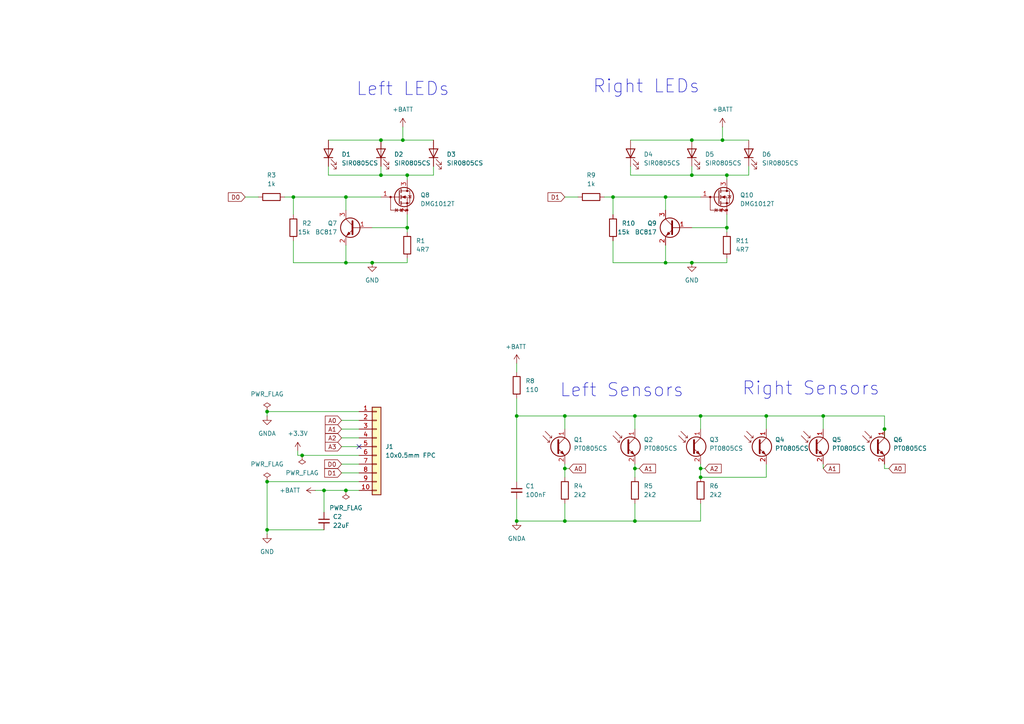
<source format=kicad_sch>
(kicad_sch (version 20231120) (generator "eeschema") (generator_version "8.0")
  (paper "A4")
  (lib_symbols
    (symbol "Connector_Generic:Conn_01x10" (pin_names (offset 1.016) hide)
      (property "Reference" "J" (at 0 12.7 0))
      (property "Value" "Conn_01x10" (at 0 -15.24 0))
      (symbol "Conn_01x10_1_1"
        (rectangle (start -1.27 -12.573) (end 0 -12.827) (stroke (width 0.1524)))
        (rectangle (start -1.27 -10.033) (end 0 -10.287) (stroke (width 0.1524)))
        (rectangle (start -1.27 -7.493) (end 0 -7.747) (stroke (width 0.1524)))
        (rectangle (start -1.27 -4.953) (end 0 -5.207) (stroke (width 0.1524)))
        (rectangle (start -1.27 -2.413) (end 0 -2.667) (stroke (width 0.1524)))
        (rectangle (start -1.27 0.127) (end 0 -0.127) (stroke (width 0.1524)))
        (rectangle (start -1.27 2.667) (end 0 2.413) (stroke (width 0.1524)))
        (rectangle (start -1.27 5.207) (end 0 4.953) (stroke (width 0.1524)))
        (rectangle (start -1.27 7.747) (end 0 7.493) (stroke (width 0.1524)))
        (rectangle (start -1.27 10.287) (end 0 10.033) (stroke (width 0.1524)))
        (rectangle (start -1.27 11.43) (end 1.27 -13.97) (stroke (width 0.254)) (fill (type background)))
        (pin passive line (at -5.08 10.16 0) (length 3.81) (name "Pin_1") (number "1"))
        (pin passive line (at -5.08 -12.7 0) (length 3.81) (name "Pin_10") (number "10"))
        (pin passive line (at -5.08 7.62 0) (length 3.81) (name "Pin_2") (number "2"))
        (pin passive line (at -5.08 5.08 0) (length 3.81) (name "Pin_3") (number "3"))
        (pin passive line (at -5.08 2.54 0) (length 3.81) (name "Pin_4") (number "4"))
        (pin passive line (at -5.08 0 0) (length 3.81) (name "Pin_5") (number "5"))
        (pin passive line (at -5.08 -2.54 0) (length 3.81) (name "Pin_6") (number "6"))
        (pin passive line (at -5.08 -5.08 0) (length 3.81) (name "Pin_7") (number "7"))
        (pin passive line (at -5.08 -7.62 0) (length 3.81) (name "Pin_8") (number "8"))
        (pin passive line (at -5.08 -10.16 0) (length 3.81) (name "Pin_9") (number "9"))
      )
    )
    (symbol "Device:C_Small" (pin_numbers hide) (pin_names (offset 0.254) hide)
      (property "Reference" "C" (at 0.254 1.778 0))
      (property "Value" "C_Small" (at 0.254 -2.032 0))
      (symbol "C_Small_0_1"
        (polyline (pts (xy -1.524 -0.508) (xy 1.524 -0.508)) (stroke (width 0.3302)))
        (polyline (pts (xy -1.524 0.508) (xy 1.524 0.508)) (stroke (width 0.3048)))
      )
      (symbol "C_Small_1_1"
        (pin passive line (at 0 2.54 270) (length 2.032) (name "~") (number "1"))
        (pin passive line (at 0 -2.54 90) (length 2.032) (name "~") (number "2"))
      )
    )
    (symbol "Device:R" (pin_numbers hide) (pin_names (offset 0))
      (property "Reference" "R" (at 2.032 0 90))
      (property "Value" "R" (at 0 0 90))
      (symbol "R_0_1"
        (rectangle (start -1.016 -2.54) (end 1.016 2.54) (stroke (width 0.254)))
      )
      (symbol "R_1_1"
        (pin passive line (at 0 3.81 270) (length 1.27) (name "~") (number "1"))
        (pin passive line (at 0 -3.81 90) (length 1.27) (name "~") (number "2"))
      )
    )
    (symbol "LED:IR26-21C_L110_TR8" (pin_numbers hide) (pin_names (offset 1.016) hide)
      (property "Reference" "D" (at 0 2.54 0))
      (property "Value" "IR26-21C_L110_TR8" (at 0 -3.81 0))
      (symbol "IR26-21C_L110_TR8_0_1"
        (polyline (pts (xy -1.27 -1.27) (xy -1.27 1.27)) (stroke (width 0.254)))
        (polyline (pts (xy -1.27 0) (xy 1.27 0)))
        (polyline (pts (xy 1.27 -1.27) (xy 1.27 1.27) (xy -1.27 0) (xy 1.27 -1.27)) (stroke (width 0.254)))
        (polyline (pts (xy -3.048 -0.762) (xy -4.572 -2.286) (xy -3.81 -2.286) (xy -4.572 -2.286) (xy -4.572 -1.524)))
        (polyline (pts (xy -1.778 -0.762) (xy -3.302 -2.286) (xy -2.54 -2.286) (xy -3.302 -2.286) (xy -3.302 -1.524)))
      )
      (symbol "IR26-21C_L110_TR8_1_1"
        (pin passive line (at -3.81 0 0) (length 2.54) (name "K") (number "1"))
        (pin passive line (at 3.81 0 180) (length 2.54) (name "A") (number "2"))
      )
    )
    (symbol "Sensor_Optical:BPW40" (pin_names (offset 0) hide)
      (property "Reference" "Q" (at 5.08 1.27 0))
      (property "Value" "BPW40" (at 5.08 -1.27 0))
      (symbol "BPW40_0_1"
        (polyline (pts (xy -1.905 1.27) (xy -2.54 1.27)))
        (polyline (pts (xy -1.27 2.54) (xy -1.905 2.54)))
        (polyline (pts (xy 0.635 0.635) (xy 2.54 2.54)))
        (polyline (pts (xy -3.81 3.175) (xy -1.905 1.27) (xy -1.905 1.905)))
        (polyline (pts (xy -3.175 4.445) (xy -1.27 2.54) (xy -1.27 3.175)))
        (polyline (pts (xy 0.635 -0.635) (xy 2.54 -2.54) (xy 2.54 -2.54)))
        (polyline (pts (xy 0.635 1.905) (xy 0.635 -1.905) (xy 0.635 -1.905)) (stroke (width 0.508)))
        (polyline (pts (xy 1.27 -1.778) (xy 1.778 -1.27) (xy 2.286 -2.286) (xy 1.27 -1.778) (xy 1.27 -1.778)) (fill (type outline)))
        (circle (center 1.27 0) (radius 2.8194) (stroke (width 0.254)))
      )
      (symbol "BPW40_1_1"
        (pin passive line (at 2.54 5.08 270) (length 2.54) (name "C") (number "1"))
        (pin passive line (at 2.54 -5.08 90) (length 2.54) (name "E") (number "2"))
      )
    )
    (symbol "Transistor_BJT:BC817" (pin_names (offset 0) hide)
      (property "Reference" "Q" (at 5.08 1.905 0))
      (property "Value" "BC817" (at 5.08 0 0))
      (symbol "BC817_0_1"
        (polyline (pts (xy 0.635 0.635) (xy 2.54 2.54)))
        (polyline (pts (xy 0.635 -0.635) (xy 2.54 -2.54) (xy 2.54 -2.54)))
        (polyline (pts (xy 0.635 1.905) (xy 0.635 -1.905) (xy 0.635 -1.905)) (stroke (width 0.508)))
        (polyline (pts (xy 1.27 -1.778) (xy 1.778 -1.27) (xy 2.286 -2.286) (xy 1.27 -1.778) (xy 1.27 -1.778)) (fill (type outline)))
        (circle (center 1.27 0) (radius 2.8194) (stroke (width 0.254)))
      )
      (symbol "BC817_1_1"
        (pin input line (at -5.08 0 0) (length 5.715) (name "B") (number "1"))
        (pin passive line (at 2.54 -5.08 90) (length 2.54) (name "E") (number "2"))
        (pin passive line (at 2.54 5.08 270) (length 2.54) (name "C") (number "3"))
      )
    )
    (symbol "Transistor_FET:DMG1012T" (pin_names (offset 0) hide)
      (property "Reference" "Q" (at 5.08 1.905 0))
      (property "Value" "DMG1012T" (at 5.08 0 0))
      (symbol "DMG1012T_0_1"
        (polyline (pts (xy 2.54 -3.81) (xy -2.286 -3.81) (xy -2.286 0)))
      )
      (symbol "DMG1012T_1_1"
        (circle (center -2.286 0) (radius 0.254) (fill (type outline)))
        (polyline (pts (xy 0.254 0) (xy -2.54 0)))
        (polyline (pts (xy 0.254 1.905) (xy 0.254 -1.905)) (stroke (width 0.254)))
        (polyline (pts (xy 0.762 -1.27) (xy 0.762 -2.286)) (stroke (width 0.254)))
        (polyline (pts (xy 0.762 0.508) (xy 0.762 -0.508)) (stroke (width 0.254)))
        (polyline (pts (xy 0.762 2.286) (xy 0.762 1.27)) (stroke (width 0.254)))
        (polyline (pts (xy 2.54 2.54) (xy 2.54 1.778)))
        (polyline (pts (xy 2.54 -2.54) (xy 2.54 0) (xy 0.762 0)))
        (polyline (pts (xy -1.016 -4.318) (xy -0.889 -4.191) (xy -0.889 -3.429) (xy -0.762 -3.302)))
        (polyline (pts (xy -0.889 -3.81) (xy -0.254 -4.191) (xy -0.254 -3.429) (xy -0.889 -3.81)))
        (polyline (pts (xy 0.762 -1.778) (xy 3.302 -1.778) (xy 3.302 1.778) (xy 0.762 1.778)))
        (polyline (pts (xy 1.016 0) (xy 2.032 0.381) (xy 2.032 -0.381) (xy 1.016 0)) (fill (type outline)))
        (polyline (pts (xy 1.143 -3.81) (xy 0.508 -3.429) (xy 0.508 -4.191) (xy 1.143 -3.81)))
        (polyline (pts (xy 1.27 -3.302) (xy 1.143 -3.429) (xy 1.143 -4.191) (xy 1.016 -4.318)))
        (polyline (pts (xy 2.794 0.508) (xy 2.921 0.381) (xy 3.683 0.381) (xy 3.81 0.254)))
        (polyline (pts (xy 3.302 0.381) (xy 2.921 -0.254) (xy 3.683 -0.254) (xy 3.302 0.381)))
        (circle (center 1.651 0) (radius 2.794) (stroke (width 0.254)))
        (circle (center 2.54 -3.81) (radius 0.254) (fill (type outline)))
        (circle (center 2.54 -1.778) (radius 0.254) (fill (type outline)))
        (circle (center 2.54 1.778) (radius 0.254) (fill (type outline)))
        (pin input line (at -5.08 0 0) (length 2.54) (name "G") (number "1"))
        (pin passive line (at 2.54 -5.08 90) (length 2.54) (name "S") (number "2"))
        (pin passive line (at 2.54 5.08 270) (length 2.54) (name "D") (number "3"))
      )
    )
    (symbol "power:+3.3V" (power) (pin_numbers hide) (pin_names (offset 0) hide)
      (property "Value" "+3.3V" (at 0 3.556 0))
      (symbol "+3.3V_0_1"
        (polyline (pts (xy -0.762 1.27) (xy 0 2.54)))
        (polyline (pts (xy 0 0) (xy 0 2.54)))
        (polyline (pts (xy 0 2.54) (xy 0.762 1.27)))
      )
      (symbol "+3.3V_1_1"
        (pin power_in line (at 0 0 90) (length 0) (name "~") (number "1"))
      )
    )
    (symbol "power:+BATT" (power) (pin_numbers hide) (pin_names (offset 0) hide)
      (property "Value" "+BATT" (at 0 3.556 0))
      (symbol "+BATT_0_1"
        (polyline (pts (xy -0.762 1.27) (xy 0 2.54)))
        (polyline (pts (xy 0 0) (xy 0 2.54)))
        (polyline (pts (xy 0 2.54) (xy 0.762 1.27)))
      )
      (symbol "+BATT_1_1"
        (pin power_in line (at 0 0 90) (length 0) (name "~") (number "1"))
      )
    )
    (symbol "power:GND" (power) (pin_numbers hide) (pin_names (offset 0) hide)
      (property "Value" "GND" (at 0 -3.81 0))
      (symbol "GND_0_1"
        (polyline (pts (xy 0 0) (xy 0 -1.27) (xy 1.27 -1.27) (xy 0 -2.54) (xy -1.27 -1.27) (xy 0 -1.27)))
      )
      (symbol "GND_1_1"
        (pin power_in line (at 0 0 270) (length 0) (name "~") (number "1"))
      )
    )
    (symbol "power:GNDA" (power) (pin_numbers hide) (pin_names (offset 0) hide)
      (property "Value" "GNDA" (at 0 -3.81 0))
      (symbol "GNDA_0_1"
        (polyline (pts (xy 0 0) (xy 0 -1.27) (xy 1.27 -1.27) (xy 0 -2.54) (xy -1.27 -1.27) (xy 0 -1.27)))
      )
      (symbol "GNDA_1_1"
        (pin power_in line (at 0 0 270) (length 0) (name "~") (number "1"))
      )
    )
    (symbol "power:PWR_FLAG" (power) (pin_numbers hide) (pin_names (offset 0) hide)
      (property "Value" "PWR_FLAG" (at 0 3.81 0))
      (symbol "PWR_FLAG_0_0"
        (pin power_out line (at 0 0 90) (length 0) (name "~") (number "1"))
      )
      (symbol "PWR_FLAG_0_1"
        (polyline (pts (xy 0 0) (xy 0 1.27) (xy -1.016 1.905) (xy 0 2.54) (xy 1.016 1.905) (xy 0 1.27)))
      )
    )
  )
  (junction (at 85.09 57.15))
  (junction (at 210.82 50.8))
  (junction (at 77.47 139.7))
  (junction (at 100.33 57.15))
  (junction (at 118.11 50.8))
  (junction (at 184.15 135.89))
  (junction (at 200.66 76.2))
  (junction (at 238.76 120.65))
  (junction (at 149.86 151.13))
  (junction (at 163.83 135.89))
  (junction (at 163.83 120.65))
  (junction (at 163.83 151.13))
  (junction (at 209.55 40.64))
  (junction (at 100.33 76.2))
  (junction (at 110.49 50.8))
  (junction (at 184.15 120.65))
  (junction (at 222.25 120.65))
  (junction (at 200.66 50.8))
  (junction (at 93.98 142.24))
  (junction (at 107.95 76.2))
  (junction (at 77.47 153.67))
  (junction (at 87.63 132.08))
  (junction (at 77.47 119.38))
  (junction (at 203.2 135.89))
  (junction (at 200.66 40.64))
  (junction (at 149.86 120.65))
  (junction (at 210.82 66.04))
  (junction (at 203.2 138.43))
  (junction (at 184.15 151.13))
  (junction (at 256.54 124.46))
  (junction (at 193.04 57.15))
  (junction (at 203.2 120.65))
  (junction (at 118.11 66.04))
  (junction (at 100.33 142.24))
  (junction (at 116.84 40.64))
  (junction (at 193.04 76.2))
  (junction (at 177.8 57.15))
  (junction (at 110.49 40.64))
  (no_connect (at 104.14 129.54))
  (wire (pts (xy 200.66 50.8) (xy 182.88 50.8)))
  (wire (pts (xy 182.88 40.64) (xy 200.66 40.64)))
  (wire (pts (xy 116.84 36.83) (xy 116.84 40.64)))
  (wire (pts (xy 163.83 146.05) (xy 163.83 151.13)))
  (wire (pts (xy 118.11 76.2) (xy 107.95 76.2)))
  (wire (pts (xy 100.33 57.15) (xy 85.09 57.15)))
  (wire (pts (xy 85.09 57.15) (xy 85.09 62.23)))
  (wire (pts (xy 77.47 119.38) (xy 77.47 120.65)))
  (wire (pts (xy 149.86 120.65) (xy 149.86 139.7)))
  (wire (pts (xy 163.83 120.65) (xy 163.83 124.46)))
  (wire (pts (xy 256.54 135.89) (xy 256.54 134.62)))
  (wire (pts (xy 200.66 76.2) (xy 193.04 76.2)))
  (wire (pts (xy 163.83 120.65) (xy 184.15 120.65)))
  (wire (pts (xy 177.8 69.85) (xy 177.8 76.2)))
  (wire (pts (xy 99.06 127) (xy 104.14 127)))
  (wire (pts (xy 182.88 50.8) (xy 182.88 48.26)))
  (wire (pts (xy 99.06 134.62) (xy 104.14 134.62)))
  (wire (pts (xy 209.55 40.64) (xy 217.17 40.64)))
  (wire (pts (xy 210.82 62.23) (xy 210.82 66.04)))
  (wire (pts (xy 163.83 151.13) (xy 184.15 151.13)))
  (wire (pts (xy 118.11 62.23) (xy 118.11 66.04)))
  (wire (pts (xy 203.2 135.89) (xy 203.2 134.62)))
  (wire (pts (xy 77.47 153.67) (xy 77.47 154.94)))
  (wire (pts (xy 200.66 40.64) (xy 209.55 40.64)))
  (wire (pts (xy 116.84 40.64) (xy 125.73 40.64)))
  (wire (pts (xy 163.83 135.89) (xy 163.83 134.62)))
  (wire (pts (xy 82.55 57.15) (xy 85.09 57.15)))
  (wire (pts (xy 107.95 76.2) (xy 100.33 76.2)))
  (wire (pts (xy 184.15 151.13) (xy 203.2 151.13)))
  (wire (pts (xy 193.04 57.15) (xy 193.04 60.96)))
  (wire (pts (xy 163.83 138.43) (xy 163.83 135.89)))
  (wire (pts (xy 217.17 48.26) (xy 217.17 50.8)))
  (wire (pts (xy 100.33 57.15) (xy 100.33 60.96)))
  (wire (pts (xy 209.55 36.83) (xy 209.55 40.64)))
  (wire (pts (xy 184.15 134.62) (xy 184.15 135.89)))
  (wire (pts (xy 91.44 142.24) (xy 93.98 142.24)))
  (wire (pts (xy 203.2 120.65) (xy 222.25 120.65)))
  (wire (pts (xy 93.98 153.67) (xy 77.47 153.67)))
  (wire (pts (xy 149.86 115.57) (xy 149.86 120.65)))
  (wire (pts (xy 203.2 57.15) (xy 193.04 57.15)))
  (wire (pts (xy 93.98 142.24) (xy 93.98 148.59)))
  (wire (pts (xy 177.8 57.15) (xy 177.8 62.23)))
  (wire (pts (xy 222.25 138.43) (xy 203.2 138.43)))
  (wire (pts (xy 163.83 57.15) (xy 167.64 57.15)))
  (wire (pts (xy 204.47 135.89) (xy 203.2 135.89)))
  (wire (pts (xy 77.47 139.7) (xy 77.47 153.67)))
  (wire (pts (xy 125.73 48.26) (xy 125.73 50.8)))
  (wire (pts (xy 177.8 76.2) (xy 193.04 76.2)))
  (wire (pts (xy 222.25 134.62) (xy 222.25 138.43)))
  (wire (pts (xy 87.63 132.08) (xy 104.14 132.08)))
  (wire (pts (xy 95.25 50.8) (xy 95.25 48.26)))
  (wire (pts (xy 110.49 50.8) (xy 95.25 50.8)))
  (wire (pts (xy 193.04 57.15) (xy 177.8 57.15)))
  (wire (pts (xy 203.2 120.65) (xy 203.2 124.46)))
  (wire (pts (xy 203.2 146.05) (xy 203.2 151.13)))
  (wire (pts (xy 256.54 124.46) (xy 256.54 127)))
  (wire (pts (xy 203.2 138.43) (xy 203.2 135.89)))
  (wire (pts (xy 99.06 121.92) (xy 104.14 121.92)))
  (wire (pts (xy 118.11 74.93) (xy 118.11 76.2)))
  (wire (pts (xy 210.82 50.8) (xy 200.66 50.8)))
  (wire (pts (xy 95.25 40.64) (xy 110.49 40.64)))
  (wire (pts (xy 85.09 76.2) (xy 100.33 76.2)))
  (wire (pts (xy 104.14 119.38) (xy 77.47 119.38)))
  (wire (pts (xy 100.33 142.24) (xy 104.14 142.24)))
  (wire (pts (xy 149.86 144.78) (xy 149.86 151.13)))
  (wire (pts (xy 125.73 50.8) (xy 118.11 50.8)))
  (wire (pts (xy 99.06 124.46) (xy 104.14 124.46)))
  (wire (pts (xy 238.76 120.65) (xy 238.76 124.46)))
  (wire (pts (xy 110.49 40.64) (xy 116.84 40.64)))
  (wire (pts (xy 210.82 50.8) (xy 210.82 52.07)))
  (wire (pts (xy 193.04 71.12) (xy 193.04 76.2)))
  (wire (pts (xy 222.25 120.65) (xy 238.76 120.65)))
  (wire (pts (xy 71.12 57.15) (xy 74.93 57.15)))
  (wire (pts (xy 185.42 135.89) (xy 184.15 135.89)))
  (wire (pts (xy 238.76 120.65) (xy 256.54 120.65)))
  (wire (pts (xy 118.11 66.04) (xy 118.11 67.31)))
  (wire (pts (xy 86.36 132.08) (xy 87.63 132.08)))
  (wire (pts (xy 93.98 142.24) (xy 100.33 142.24)))
  (wire (pts (xy 99.06 137.16) (xy 104.14 137.16)))
  (wire (pts (xy 184.15 138.43) (xy 184.15 135.89)))
  (wire (pts (xy 107.95 66.04) (xy 118.11 66.04)))
  (wire (pts (xy 210.82 66.04) (xy 210.82 67.31)))
  (wire (pts (xy 222.25 120.65) (xy 222.25 124.46)))
  (wire (pts (xy 100.33 71.12) (xy 100.33 76.2)))
  (wire (pts (xy 256.54 120.65) (xy 256.54 124.46)))
  (wire (pts (xy 200.66 66.04) (xy 210.82 66.04)))
  (wire (pts (xy 257.81 135.89) (xy 256.54 135.89)))
  (wire (pts (xy 210.82 76.2) (xy 200.66 76.2)))
  (wire (pts (xy 238.76 134.62) (xy 238.76 135.89)))
  (wire (pts (xy 149.86 151.13) (xy 163.83 151.13)))
  (wire (pts (xy 110.49 48.26) (xy 110.49 50.8)))
  (wire (pts (xy 217.17 50.8) (xy 210.82 50.8)))
  (wire (pts (xy 165.1 135.89) (xy 163.83 135.89)))
  (wire (pts (xy 184.15 120.65) (xy 184.15 124.46)))
  (wire (pts (xy 77.47 139.7) (xy 104.14 139.7)))
  (wire (pts (xy 210.82 74.93) (xy 210.82 76.2)))
  (wire (pts (xy 110.49 57.15) (xy 100.33 57.15)))
  (wire (pts (xy 184.15 120.65) (xy 203.2 120.65)))
  (wire (pts (xy 149.86 105.41) (xy 149.86 107.95)))
  (wire (pts (xy 85.09 69.85) (xy 85.09 76.2)))
  (wire (pts (xy 149.86 120.65) (xy 163.83 120.65)))
  (wire (pts (xy 175.26 57.15) (xy 177.8 57.15)))
  (wire (pts (xy 118.11 50.8) (xy 118.11 52.07)))
  (wire (pts (xy 99.06 129.54) (xy 104.14 129.54)))
  (wire (pts (xy 184.15 146.05) (xy 184.15 151.13)))
  (wire (pts (xy 86.36 130.81) (xy 86.36 132.08)))
  (wire (pts (xy 118.11 50.8) (xy 110.49 50.8)))
  (wire (pts (xy 200.66 48.26) (xy 200.66 50.8)))
  (text "Right LEDs" (at 187.452 25.146 0) (effects (font (size 3.81 3.81))))
  (text "Left Sensors" (at 180.34 113.284 0) (effects (font (size 3.81 3.81))))
  (text "Right Sensors" (at 235.204 112.776 0) (effects (font (size 3.81 3.81))))
  (text "Left LEDs" (at 116.84 25.908 0) (effects (font (size 3.81 3.81))))
  (global_label "A0" (shape input) (at 165.1 135.89 0) (property "Intersheetrefs" "${INTERSHEET_REFS}" (effects (hide yes))))
  (global_label "A0" (shape input) (at 257.81 135.89 0) (property "Intersheetrefs" "${INTERSHEET_REFS}" (effects (hide yes))))
  (global_label "A1" (shape input) (at 238.76 135.89 0) (property "Intersheetrefs" "${INTERSHEET_REFS}" (effects (hide yes))))
  (global_label "D1" (shape input) (at 163.83 57.15 180) (property "Intersheetrefs" "${INTERSHEET_REFS}" (effects (hide yes))))
  (global_label "A2" (shape input) (at 99.06 127 180) (property "Intersheetrefs" "${INTERSHEET_REFS}" (effects (hide yes))))
  (global_label "A1" (shape input) (at 185.42 135.89 0) (property "Intersheetrefs" "${INTERSHEET_REFS}" (effects (hide yes))))
  (global_label "D1" (shape input) (at 99.06 137.16 180) (property "Intersheetrefs" "${INTERSHEET_REFS}" (effects (hide yes))))
  (global_label "A0" (shape input) (at 99.06 121.92 180) (property "Intersheetrefs" "${INTERSHEET_REFS}" (effects (hide yes))))
  (global_label "A2" (shape input) (at 204.47 135.89 0) (property "Intersheetrefs" "${INTERSHEET_REFS}" (effects (hide yes))))
  (global_label "D0" (shape input) (at 99.06 134.62 180) (property "Intersheetrefs" "${INTERSHEET_REFS}" (effects (hide yes))))
  (global_label "A3" (shape input) (at 99.06 129.54 180) (property "Intersheetrefs" "${INTERSHEET_REFS}" (effects (hide yes))))
  (global_label "D0" (shape input) (at 71.12 57.15 180) (property "Intersheetrefs" "${INTERSHEET_REFS}" (effects (hide yes))))
  (global_label "A1" (shape input) (at 99.06 124.46 180) (property "Intersheetrefs" "${INTERSHEET_REFS}" (effects (hide yes))))
  (symbol (lib_id "Device:R") (at 85.09 66.04 0) (unit 1)
    (property "Reference" "R2" (at 87.63 64.77 0) (effects (justify left)))
    (property "Value" "15k" (at 86.36 67.31 0) (effects (justify left)))
    (property "Footprint" "Resistor_SMD:R_0805_2012Metric" (effects (hide yes)))
  )
  (symbol (lib_id "power:+BATT") (at 91.44 142.24 90) (unit 1)
    (property "Reference" "#PWR07" (effects (hide yes)))
    (property "Value" "+BATT" (at 87.122 142.24 90) (effects (justify left)))
    (property "Description" "Power symbol creates a global label with name \"+BATT\"" (effects (hide yes)))
  )
  (symbol (lib_id "Device:R") (at 118.11 71.12 0) (unit 1)
    (property "Reference" "R1" (at 120.65 69.8499 0) (effects (justify left)))
    (property "Value" "4R7" (at 120.65 72.3899 0) (effects (justify left)))
    (property "Footprint" "Resistor_SMD:R_0805_2012Metric" (effects (hide yes)))
  )
  (symbol (lib_id "Device:R") (at 210.82 71.12 0) (unit 1)
    (property "Reference" "R11" (at 213.36 69.8499 0) (effects (justify left)))
    (property "Value" "4R7" (at 213.36 72.3899 0) (effects (justify left)))
    (property "Footprint" "Resistor_SMD:R_0805_2012Metric" (effects (hide yes)))
  )
  (symbol (lib_id "Device:R") (at 184.15 142.24 0) (unit 1)
    (property "Reference" "R5" (at 186.69 140.9699 0) (effects (justify left)))
    (property "Value" "2k2" (at 186.69 143.5099 0) (effects (justify left)))
    (property "Footprint" "Resistor_SMD:R_0805_2012Metric" (effects (hide yes)))
  )
  (symbol (lib_id "Sensor_Optical:BPW40") (at 181.61 129.54 0) (unit 1)
    (property "Reference" "Q2" (at 186.69 127.5206 0) (effects (justify left)))
    (property "Value" "PT0805CS" (at 186.69 130.0606 0) (effects (justify left)))
    (property "Footprint" "LED_SMD:LED_0805_2012Metric_Pad1.15x1.40mm_HandSolder" (effects (hide yes)))
    (property "Datasheet" "https://www.rcscomponents.kiev.ua/datasheets/bpw40.pdf" (effects (hide yes)))
  )
  (symbol (lib_id "Sensor_Optical:BPW40") (at 161.29 129.54 0) (unit 1)
    (property "Reference" "Q1" (at 166.37 127.5206 0) (effects (justify left)))
    (property "Value" "PT0805CS" (at 166.37 130.0606 0) (effects (justify left)))
    (property "Footprint" "LED_SMD:LED_0805_2012Metric_Pad1.15x1.40mm_HandSolder" (effects (hide yes)))
    (property "Datasheet" "https://www.rcscomponents.kiev.ua/datasheets/bpw40.pdf" (effects (hide yes)))
  )
  (symbol (lib_id "power:GNDA") (at 77.47 120.65 0) (unit 1)
    (property "Reference" "#PWR05" (effects (hide yes)))
    (property "Value" "GNDA" (at 77.47 125.73 0))
    (property "Description" "Power symbol creates a global label with name \"GNDA\" , analog ground" (effects (hide yes)))
  )
  (symbol (lib_id "Device:R") (at 171.45 57.15 90) (unit 1)
    (property "Reference" "R9" (at 171.45 50.8 90))
    (property "Value" "1k" (at 171.45 53.34 90))
    (property "Footprint" "Resistor_SMD:R_0805_2012Metric" (effects (hide yes)))
  )
  (symbol (lib_id "LED:IR26-21C_L110_TR8") (at 110.49 44.45 90) (unit 1)
    (property "Reference" "D2" (at 114.3 44.7674 90) (effects (justify right)))
    (property "Value" "SIR0805CS" (at 114.3 47.3074 90) (effects (justify right)))
    (property "Footprint" "LED_SMD:LED_0805_2012Metric_Pad1.15x1.40mm_HandSolder" (effects (hide yes)))
    (property "Datasheet" "http://www.everlight.com/file/ProductFile/IR26-21C-L110-TR8.pdf" (effects (hide yes)))
  )
  (symbol (lib_id "Device:C_Small") (at 149.86 142.24 0) (unit 1)
    (property "Reference" "C1" (at 152.4 140.9763 0) (effects (justify left)))
    (property "Value" "100nF" (at 152.4 143.5163 0) (effects (justify left)))
    (property "Footprint" "Capacitor_SMD:C_0805_2012Metric" (effects (hide yes)))
  )
  (symbol (lib_id "Sensor_Optical:BPW40") (at 236.22 129.54 0) (unit 1)
    (property "Reference" "Q5" (at 241.3 127.5207 0) (effects (justify left)))
    (property "Value" "PT0805CS" (at 241.3 130.0607 0) (effects (justify left)))
    (property "Footprint" "LED_SMD:LED_0805_2012Metric_Pad1.15x1.40mm_HandSolder" (effects (hide yes)))
    (property "Datasheet" "https://www.rcscomponents.kiev.ua/datasheets/bpw40.pdf" (effects (hide yes)))
  )
  (symbol (lib_id "Device:R") (at 177.8 66.04 0) (unit 1)
    (property "Reference" "R10" (at 180.34 64.77 0) (effects (justify left)))
    (property "Value" "15k" (at 179.07 67.31 0) (effects (justify left)))
    (property "Footprint" "Resistor_SMD:R_0805_2012Metric" (effects (hide yes)))
  )
  (symbol (lib_id "Sensor_Optical:BPW40") (at 254 129.54 0) (unit 1)
    (property "Reference" "Q6" (at 259.08 127.5206 0) (effects (justify left)))
    (property "Value" "PT0805CS" (at 259.08 130.0606 0) (effects (justify left)))
    (property "Footprint" "LED_SMD:LED_0805_2012Metric_Pad1.15x1.40mm_HandSolder" (effects (hide yes)))
    (property "Datasheet" "https://www.rcscomponents.kiev.ua/datasheets/bpw40.pdf" (effects (hide yes)))
  )
  (symbol (lib_id "LED:IR26-21C_L110_TR8") (at 217.17 44.45 90) (unit 1)
    (property "Reference" "D6" (at 220.98 44.7675 90) (effects (justify right)))
    (property "Value" "SIR0805CS" (at 220.98 47.3075 90) (effects (justify right)))
    (property "Footprint" "LED_SMD:LED_0805_2012Metric_Pad1.15x1.40mm_HandSolder" (effects (hide yes)))
    (property "Datasheet" "http://www.everlight.com/file/ProductFile/IR26-21C-L110-TR8.pdf" (effects (hide yes)))
  )
  (symbol (lib_id "power:PWR_FLAG") (at 87.63 132.08 180) (unit 1)
    (property "Reference" "#FLG04" (effects (hide yes)))
    (property "Value" "PWR_FLAG" (at 87.63 137.16 0))
    (property "Description" "Special symbol for telling ERC where power comes from" (effects (hide yes)))
  )
  (symbol (lib_id "Device:R") (at 78.74 57.15 90) (unit 1)
    (property "Reference" "R3" (at 78.74 50.8 90))
    (property "Value" "1k" (at 78.74 53.34 90))
    (property "Footprint" "Resistor_SMD:R_0805_2012Metric" (effects (hide yes)))
  )
  (symbol (lib_id "LED:IR26-21C_L110_TR8") (at 95.25 44.45 90) (unit 1)
    (property "Reference" "D1" (at 99.06 44.7675 90) (effects (justify right)))
    (property "Value" "SIR0805CS" (at 99.06 47.3075 90) (effects (justify right)))
    (property "Footprint" "LED_SMD:LED_0805_2012Metric_Pad1.15x1.40mm_HandSolder" (effects (hide yes)))
    (property "Datasheet" "http://www.everlight.com/file/ProductFile/IR26-21C-L110-TR8.pdf" (effects (hide yes)))
  )
  (symbol (lib_id "power:PWR_FLAG") (at 77.47 139.7 0) (unit 1)
    (property "Reference" "#FLG02" (effects (hide yes)))
    (property "Value" "PWR_FLAG" (at 77.47 134.62 0))
    (property "Description" "Special symbol for telling ERC where power comes from" (effects (hide yes)))
  )
  (symbol (lib_id "LED:IR26-21C_L110_TR8") (at 182.88 44.45 90) (unit 1)
    (property "Reference" "D4" (at 186.69 44.7674 90) (effects (justify right)))
    (property "Value" "SIR0805CS" (at 186.69 47.3074 90) (effects (justify right)))
    (property "Footprint" "LED_SMD:LED_0805_2012Metric_Pad1.15x1.40mm_HandSolder" (effects (hide yes)))
    (property "Datasheet" "http://www.everlight.com/file/ProductFile/IR26-21C-L110-TR8.pdf" (effects (hide yes)))
  )
  (symbol (lib_id "Transistor_FET:DMG1012T") (at 115.57 57.15 0) (unit 1)
    (property "Reference" "Q8" (at 121.92 56.5784 0) (effects (justify left)))
    (property "Value" "DMG1012T" (at 121.92 59.1184 0) (effects (justify left)))
    (property "Footprint" "Package_TO_SOT_SMD:SOT-523" (effects (hide yes)))
    (property "Datasheet" "https://www.diodes.com/assets/Datasheets/ds31783.pdf" (effects (hide yes)))
    (property "Description" "20V Vds, 0.63 Id, N-Channel MOSFET with ESD protection, SOT-523" (effects (hide yes)))
  )
  (symbol (lib_id "LED:IR26-21C_L110_TR8") (at 125.73 44.45 90) (unit 1)
    (property "Reference" "D3" (at 129.54 44.7674 90) (effects (justify right)))
    (property "Value" "SIR0805CS" (at 129.54 47.3074 90) (effects (justify right)))
    (property "Footprint" "LED_SMD:LED_0805_2012Metric_Pad1.15x1.40mm_HandSolder" (effects (hide yes)))
    (property "Datasheet" "http://www.everlight.com/file/ProductFile/IR26-21C-L110-TR8.pdf" (effects (hide yes)))
  )
  (symbol (lib_id "Transistor_BJT:BC817") (at 195.58 66.04 0) (mirror y) (unit 1)
    (property "Reference" "Q9" (at 190.5 64.77 0) (effects (justify left)))
    (property "Value" "BC817" (at 190.5 67.31 0) (effects (justify left)))
    (property "Footprint" "Package_TO_SOT_SMD:SOT-23" (effects (hide yes)))
    (property "Datasheet" "https://www.onsemi.com/pub/Collateral/BC818-D.pdf" (effects (hide yes)))
  )
  (symbol (lib_id "power:+BATT") (at 149.86 105.41 0) (unit 1)
    (property "Reference" "#PWR03" (effects (hide yes)))
    (property "Value" "+BATT" (at 149.606 100.584 0))
    (property "Description" "Power symbol creates a global label with name \"+BATT\"" (effects (hide yes)))
  )
  (symbol (lib_id "Device:R") (at 149.86 111.76 0) (unit 1)
    (property "Reference" "R8" (at 152.4 110.4899 0) (effects (justify left)))
    (property "Value" "110" (at 152.4 113.0299 0) (effects (justify left)))
    (property "Footprint" "Resistor_SMD:R_0805_2012Metric" (effects (hide yes)))
  )
  (symbol (lib_id "power:GND") (at 200.66 76.2 0) (unit 1)
    (property "Reference" "#PWR09" (effects (hide yes)))
    (property "Value" "GND" (at 200.66 81.28 0))
    (property "Description" "Power symbol creates a global label with name \"GND\" , ground" (effects (hide yes)))
  )
  (symbol (lib_id "power:+BATT") (at 116.84 36.83 0) (unit 1)
    (property "Reference" "#PWR01" (effects (hide yes)))
    (property "Value" "+BATT" (at 116.84 31.75 0))
    (property "Description" "Power symbol creates a global label with name \"+BATT\"" (effects (hide yes)))
  )
  (symbol (lib_id "Device:R") (at 163.83 142.24 0) (unit 1)
    (property "Reference" "R4" (at 166.37 140.97 0) (effects (justify left)))
    (property "Value" "2k2" (at 166.37 143.51 0) (effects (justify left)))
    (property "Footprint" "Resistor_SMD:R_0805_2012Metric" (effects (hide yes)))
  )
  (symbol (lib_id "LED:IR26-21C_L110_TR8") (at 200.66 44.45 90) (unit 1)
    (property "Reference" "D5" (at 204.47 44.7674 90) (effects (justify right)))
    (property "Value" "SIR0805CS" (at 204.47 47.3074 90) (effects (justify right)))
    (property "Footprint" "LED_SMD:LED_0805_2012Metric_Pad1.15x1.40mm_HandSolder" (effects (hide yes)))
    (property "Datasheet" "http://www.everlight.com/file/ProductFile/IR26-21C-L110-TR8.pdf" (effects (hide yes)))
  )
  (symbol (lib_id "Device:C_Small") (at 93.98 151.13 0) (unit 1)
    (property "Reference" "C2" (at 96.52 149.8662 0) (effects (justify left)))
    (property "Value" "22uF" (at 96.52 152.4062 0) (effects (justify left)))
    (property "Footprint" "Capacitor_SMD:C_0805_2012Metric" (effects (hide yes)))
  )
  (symbol (lib_id "power:GNDA") (at 149.86 151.13 0) (unit 1)
    (property "Reference" "#PWR04" (effects (hide yes)))
    (property "Value" "GNDA" (at 149.86 156.21 0))
    (property "Description" "Power symbol creates a global label with name \"GNDA\" , analog ground" (effects (hide yes)))
  )
  (symbol (lib_id "power:+BATT") (at 209.55 36.83 0) (unit 1)
    (property "Reference" "#PWR010" (effects (hide yes)))
    (property "Value" "+BATT" (at 209.55 31.75 0))
    (property "Description" "Power symbol creates a global label with name \"+BATT\"" (effects (hide yes)))
  )
  (symbol (lib_id "Sensor_Optical:BPW40") (at 219.71 129.54 0) (unit 1)
    (property "Reference" "Q4" (at 224.79 127.5207 0) (effects (justify left)))
    (property "Value" "PT0805CS" (at 224.79 130.0607 0) (effects (justify left)))
    (property "Footprint" "LED_SMD:LED_0805_2012Metric_Pad1.15x1.40mm_HandSolder" (effects (hide yes)))
    (property "Datasheet" "https://www.rcscomponents.kiev.ua/datasheets/bpw40.pdf" (effects (hide yes)))
  )
  (symbol (lib_id "power:+3.3V") (at 86.36 130.81 0) (unit 1)
    (property "Reference" "#PWR08" (effects (hide yes)))
    (property "Value" "+3.3V" (at 86.36 125.73 0))
    (property "Description" "Power symbol creates a global label with name \"+3.3V\"" (effects (hide yes)))
  )
  (symbol (lib_id "power:GND") (at 77.47 154.94 0) (unit 1)
    (property "Reference" "#PWR06" (effects (hide yes)))
    (property "Value" "GND" (at 77.47 160.02 0))
    (property "Description" "Power symbol creates a global label with name \"GND\" , ground" (effects (hide yes)))
  )
  (symbol (lib_id "Transistor_BJT:BC817") (at 102.87 66.04 0) (mirror y) (unit 1)
    (property "Reference" "Q7" (at 97.79 64.77 0) (effects (justify left)))
    (property "Value" "BC817" (at 97.79 67.31 0) (effects (justify left)))
    (property "Footprint" "Package_TO_SOT_SMD:SOT-23" (effects (hide yes)))
    (property "Datasheet" "https://www.onsemi.com/pub/Collateral/BC818-D.pdf" (effects (hide yes)))
  )
  (symbol (lib_id "power:PWR_FLAG") (at 77.47 119.38 0) (unit 1)
    (property "Reference" "#FLG01" (effects (hide yes)))
    (property "Value" "PWR_FLAG" (at 77.47 114.3 0))
    (property "Description" "Special symbol for telling ERC where power comes from" (effects (hide yes)))
  )
  (symbol (lib_id "power:PWR_FLAG") (at 100.33 142.24 180) (unit 1)
    (property "Reference" "#FLG03" (effects (hide yes)))
    (property "Value" "PWR_FLAG" (at 100.33 147.32 0))
    (property "Description" "Special symbol for telling ERC where power comes from" (effects (hide yes)))
  )
  (symbol (lib_id "Connector_Generic:Conn_01x10") (at 109.22 129.54 0) (unit 1)
    (property "Reference" "J1" (at 111.76 129.54 0) (effects (justify left)))
    (property "Value" "10x0.5mm FPC" (at 111.76 132.08 0) (effects (justify left)))
    (property "Footprint" "MyPassives:SlimFPC_1x10-1MP_P0.5mm_Horizontal" (effects (hide yes)))
  )
  (symbol (lib_id "Device:R") (at 203.2 142.24 0) (unit 1)
    (property "Reference" "R6" (at 205.74 140.9699 0) (effects (justify left)))
    (property "Value" "2k2" (at 205.74 143.5099 0) (effects (justify left)))
    (property "Footprint" "Resistor_SMD:R_0805_2012Metric" (effects (hide yes)))
  )
  (symbol (lib_id "Transistor_FET:DMG1012T") (at 208.28 57.15 0) (unit 1)
    (property "Reference" "Q10" (at 214.63 56.5784 0) (effects (justify left)))
    (property "Value" "DMG1012T" (at 214.63 59.1184 0) (effects (justify left)))
    (property "Footprint" "Package_TO_SOT_SMD:SOT-523" (effects (hide yes)))
    (property "Datasheet" "https://www.diodes.com/assets/Datasheets/ds31783.pdf" (effects (hide yes)))
    (property "Description" "20V Vds, 0.63 Id, N-Channel MOSFET with ESD protection, SOT-523" (effects (hide yes)))
  )
  (symbol (lib_id "Sensor_Optical:BPW40") (at 200.66 129.54 0) (unit 1)
    (property "Reference" "Q3" (at 205.74 127.5206 0) (effects (justify left)))
    (property "Value" "PT0805CS" (at 205.74 130.0606 0) (effects (justify left)))
    (property "Footprint" "LED_SMD:LED_0805_2012Metric_Pad1.15x1.40mm_HandSolder" (effects (hide yes)))
    (property "Datasheet" "https://www.rcscomponents.kiev.ua/datasheets/bpw40.pdf" (effects (hide yes)))
  )
  (symbol (lib_id "power:GND") (at 107.95 76.2 0) (unit 1)
    (property "Reference" "#PWR02" (effects (hide yes)))
    (property "Value" "GND" (at 107.95 81.28 0))
    (property "Description" "Power symbol creates a global label with name \"GND\" , ground" (effects (hide yes)))
  )
)
</source>
